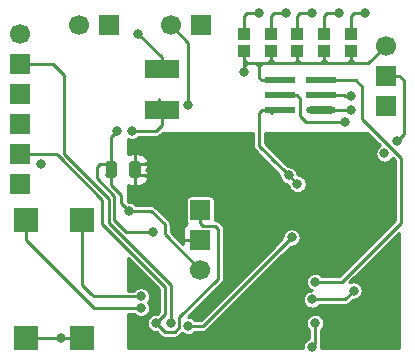
<source format=gbr>
G04 #@! TF.GenerationSoftware,KiCad,Pcbnew,(5.1.4)-1*
G04 #@! TF.CreationDate,2021-02-16T23:36:19+03:00*
G04 #@! TF.ProjectId,NAB_A,4e41425f-412e-46b6-9963-61645f706362,rev?*
G04 #@! TF.SameCoordinates,Original*
G04 #@! TF.FileFunction,Copper,L1,Top*
G04 #@! TF.FilePolarity,Positive*
%FSLAX46Y46*%
G04 Gerber Fmt 4.6, Leading zero omitted, Abs format (unit mm)*
G04 Created by KiCad (PCBNEW (5.1.4)-1) date 2021-02-16 23:36:19*
%MOMM*%
%LPD*%
G04 APERTURE LIST*
%ADD10C,0.100000*%
%ADD11O,1.000000X0.500000*%
%ADD12R,1.700000X1.700000*%
%ADD13C,1.700000*%
%ADD14R,2.500000X0.600000*%
%ADD15O,2.500000X0.600000*%
%ADD16R,3.000000X1.500000*%
%ADD17R,2.000000X2.000000*%
%ADD18R,1.000000X1.000000*%
%ADD19C,0.800000*%
%ADD20C,0.250000*%
G04 APERTURE END LIST*
D10*
G36*
X222250000Y-53500000D02*
G01*
X222250000Y-54500000D01*
X221250000Y-54500000D01*
X221250000Y-53500000D01*
X222250000Y-53500000D01*
G37*
G36*
X220250000Y-53500000D02*
G01*
X220250000Y-54500000D01*
X219250000Y-54500000D01*
X219250000Y-53500000D01*
X220250000Y-53500000D01*
G37*
D11*
X221750000Y-54500000D03*
X221750000Y-53500000D03*
D12*
X212000000Y-55200000D03*
X212000000Y-52660000D03*
X212000000Y-50120000D03*
X212000000Y-47580000D03*
X212000000Y-45040000D03*
D13*
X212000000Y-42500000D03*
D14*
X234026000Y-46460000D03*
X237450000Y-46460000D03*
X237450000Y-47730000D03*
X234026000Y-47730000D03*
X234026000Y-49000000D03*
D15*
X237450000Y-49000000D03*
D12*
X219540000Y-41750000D03*
D13*
X217000000Y-41750000D03*
D12*
X243000000Y-48580000D03*
X243000000Y-46040000D03*
D13*
X243000000Y-43500000D03*
D12*
X227250000Y-57420000D03*
X227250000Y-59960000D03*
D13*
X227250000Y-62500000D03*
D12*
X227290000Y-41750000D03*
D13*
X224750000Y-41750000D03*
D16*
X224000000Y-49000000D03*
X224000000Y-45500000D03*
D11*
X219750000Y-54500000D03*
X219750000Y-53500000D03*
D17*
X217250000Y-68250000D03*
X217250000Y-58250000D03*
D18*
X240000000Y-44000000D03*
X240000000Y-42500000D03*
X237750000Y-44000000D03*
X237750000Y-42500000D03*
X235500000Y-44000000D03*
X235500000Y-42500000D03*
X233250000Y-44000000D03*
X233250000Y-42500000D03*
X231000000Y-44000000D03*
X231000000Y-42500000D03*
D17*
X212500000Y-68250000D03*
X212500000Y-58250000D03*
D19*
X223500000Y-67000000D03*
X224762653Y-67012653D03*
X243250000Y-65750000D03*
X243275000Y-57500000D03*
X228250000Y-52500000D03*
X215500000Y-68250000D03*
X235000000Y-58500000D03*
X224500000Y-56250000D03*
X221750000Y-56250000D03*
X221750000Y-68250000D03*
X231000000Y-45750000D03*
X223500000Y-64250000D03*
X229000000Y-57750000D03*
X233750000Y-68275000D03*
X213750000Y-53500000D03*
X225500000Y-56250000D03*
X232250000Y-40750000D03*
X234500000Y-40750000D03*
X236750000Y-40750000D03*
X239000000Y-40750000D03*
X241250000Y-40750000D03*
X220250000Y-50750000D03*
X223250000Y-59250000D03*
X221500000Y-50750000D03*
X243887653Y-51612347D03*
X242862347Y-52637653D03*
X235000000Y-59750000D03*
X234750000Y-54500000D03*
X235500000Y-55250000D03*
X221250000Y-57500000D03*
X226250000Y-67250000D03*
X237000000Y-63500000D03*
X240000000Y-47750000D03*
X239500000Y-50000000D03*
X240000000Y-49000000D03*
X236750000Y-69000000D03*
X237000000Y-67000000D03*
X226250000Y-48500000D03*
X222000000Y-42500000D03*
X236750000Y-65000000D03*
X240250000Y-64250000D03*
X222250000Y-65750000D03*
X222250000Y-64750000D03*
D20*
X224250000Y-66250000D02*
X223500000Y-67000000D01*
X224250000Y-63926998D02*
X224250000Y-66250000D01*
X218945000Y-58621998D02*
X224250000Y-63926998D01*
X218945000Y-56555000D02*
X218945000Y-58621998D01*
X212000000Y-52660000D02*
X215050000Y-52660000D01*
X215195000Y-52805000D02*
X218945000Y-56555000D01*
X215050000Y-52660000D02*
X215195000Y-52805000D01*
X228750000Y-59000000D02*
X228500000Y-58750000D01*
X228500000Y-58750000D02*
X227500000Y-58750000D01*
X227500000Y-58750000D02*
X227250000Y-58500000D01*
X227250000Y-58500000D02*
X227250000Y-57250000D01*
X225098308Y-67750000D02*
X225500000Y-67348308D01*
X223500000Y-67000000D02*
X224250000Y-67750000D01*
X224250000Y-67750000D02*
X225098308Y-67750000D01*
X228750000Y-63250000D02*
X228750000Y-63000000D01*
X228750000Y-63250000D02*
X225500000Y-66500000D01*
X228750000Y-62750000D02*
X228750000Y-63250000D01*
X225500000Y-67348308D02*
X225500000Y-66500000D01*
X228750000Y-63000000D02*
X228750000Y-62750000D01*
X228750000Y-62750000D02*
X228750000Y-59000000D01*
X214790000Y-45040000D02*
X212000000Y-45040000D01*
X215750000Y-46000000D02*
X214790000Y-45040000D01*
X215750000Y-52723590D02*
X215750000Y-46000000D01*
X219513205Y-56486795D02*
X215750000Y-52723590D01*
X219513205Y-58553793D02*
X219513205Y-56486795D01*
X224762653Y-63803241D02*
X219513205Y-58553793D01*
X224762653Y-67012653D02*
X224762653Y-63803241D01*
X231000000Y-44000000D02*
X231000000Y-44750000D01*
X231000000Y-44750000D02*
X231250000Y-45000000D01*
X233000000Y-45000000D02*
X233250000Y-44750000D01*
X233250000Y-44750000D02*
X233250000Y-44000000D01*
X235500000Y-44000000D02*
X235500000Y-44750000D01*
X235500000Y-44750000D02*
X235250000Y-45000000D01*
X233500000Y-45000000D02*
X233250000Y-44750000D01*
X235250000Y-45000000D02*
X233500000Y-45000000D01*
X237750000Y-44000000D02*
X237750000Y-44750000D01*
X237750000Y-44750000D02*
X237500000Y-45000000D01*
X235750000Y-45000000D02*
X235500000Y-44750000D01*
X240000000Y-44000000D02*
X240000000Y-44750000D01*
X240000000Y-44750000D02*
X239750000Y-45000000D01*
X238000000Y-45000000D02*
X237750000Y-44750000D01*
X240000000Y-44750000D02*
X240250000Y-45000000D01*
X240250000Y-45000000D02*
X240500000Y-45000000D01*
X240500000Y-45000000D02*
X241500000Y-45000000D01*
X241500000Y-45000000D02*
X243000000Y-43500000D01*
X239500000Y-45000000D02*
X240250000Y-45000000D01*
X239750000Y-45000000D02*
X239500000Y-45000000D01*
X239500000Y-45000000D02*
X238000000Y-45000000D01*
X237000000Y-45000000D02*
X238000000Y-45000000D01*
X237500000Y-45000000D02*
X237000000Y-45000000D01*
X237000000Y-45000000D02*
X235750000Y-45000000D01*
X235250000Y-45000000D02*
X235750000Y-45000000D01*
X215500000Y-68250000D02*
X217250000Y-68250000D01*
X212500000Y-68250000D02*
X215500000Y-68250000D01*
X233460000Y-46460000D02*
X233250000Y-46250000D01*
X233250000Y-45000000D02*
X233500000Y-45000000D01*
X233000000Y-45000000D02*
X233250000Y-45000000D01*
X231250000Y-45000000D02*
X231000000Y-45250000D01*
X231000000Y-45250000D02*
X231000000Y-45750000D01*
X231000000Y-45250000D02*
X231000000Y-44750000D01*
X223500000Y-65750000D02*
X223500000Y-64250000D01*
X221750000Y-67500000D02*
X223500000Y-65750000D01*
X221750000Y-68250000D02*
X221750000Y-67500000D01*
X221750000Y-54500000D02*
X221750000Y-55500000D01*
X221750000Y-53500000D02*
X221750000Y-52250000D01*
X221750000Y-54500000D02*
X222750000Y-54500000D01*
X222750000Y-54500000D02*
X223000000Y-54500000D01*
X221750000Y-53500000D02*
X222750000Y-53500000D01*
X234976000Y-46460000D02*
X232460000Y-46460000D01*
X232460000Y-46460000D02*
X232250000Y-46250000D01*
X232250000Y-46250000D02*
X232250000Y-45250000D01*
X232250000Y-45250000D02*
X232000000Y-45000000D01*
X231250000Y-45000000D02*
X232000000Y-45000000D01*
X232500000Y-45000000D02*
X232250000Y-45250000D01*
X232000000Y-45000000D02*
X232500000Y-45000000D01*
X232500000Y-45000000D02*
X233000000Y-45000000D01*
X231000000Y-42250000D02*
X231000000Y-41000000D01*
X231250000Y-40750000D02*
X232000000Y-40750000D01*
X231000000Y-41000000D02*
X231250000Y-40750000D01*
X233250000Y-42250000D02*
X233250000Y-41000000D01*
X233500000Y-40750000D02*
X234250000Y-40750000D01*
X233250000Y-41000000D02*
X233500000Y-40750000D01*
X235500000Y-42250000D02*
X235500000Y-41000000D01*
X235750000Y-40750000D02*
X236500000Y-40750000D01*
X235500000Y-41000000D02*
X235750000Y-40750000D01*
X237750000Y-42250000D02*
X237750000Y-41000000D01*
X237750000Y-41000000D02*
X238000000Y-40750000D01*
X238000000Y-40750000D02*
X238750000Y-40750000D01*
X240250000Y-40750000D02*
X241000000Y-40750000D01*
X240000000Y-41000000D02*
X240250000Y-40750000D01*
X240000000Y-42250000D02*
X240000000Y-41000000D01*
X219750000Y-51250000D02*
X220250000Y-50750000D01*
X219750000Y-53500000D02*
X219750000Y-51250000D01*
X218750000Y-53500000D02*
X219750000Y-53500000D01*
X218500000Y-53750000D02*
X218750000Y-53500000D01*
X223250000Y-59250000D02*
X221000000Y-59250000D01*
X220000000Y-58250000D02*
X220000000Y-56250000D01*
X220000000Y-56250000D02*
X218500000Y-54750000D01*
X218500000Y-54750000D02*
X218500000Y-53750000D01*
X221000000Y-59250000D02*
X220000000Y-58250000D01*
X221750000Y-50750000D02*
X222250000Y-50750000D01*
X223750000Y-48000000D02*
X223750000Y-49250000D01*
X223750000Y-49250000D02*
X223750000Y-49000000D01*
X221750000Y-50750000D02*
X221500000Y-50750000D01*
X224000000Y-49000000D02*
X224000000Y-50250000D01*
X223500000Y-50750000D02*
X223000000Y-50750000D01*
X224000000Y-50250000D02*
X223500000Y-50750000D01*
X223000000Y-50750000D02*
X223250000Y-50750000D01*
X221500000Y-50750000D02*
X223000000Y-50750000D01*
X244100000Y-46040000D02*
X244500000Y-46440000D01*
X243000000Y-46040000D02*
X244100000Y-46040000D01*
X244500000Y-51000000D02*
X243887653Y-51612347D01*
X244500000Y-46440000D02*
X244500000Y-51000000D01*
X233500000Y-49000000D02*
X233250000Y-49250000D01*
X234750000Y-54500000D02*
X235500000Y-55250000D01*
X223098002Y-57500000D02*
X224250000Y-58651998D01*
X221250000Y-57500000D02*
X223098002Y-57500000D01*
X224250000Y-59500000D02*
X224250000Y-58651998D01*
X227250000Y-62500000D02*
X224250000Y-59500000D01*
X219750000Y-54500000D02*
X219750000Y-55250000D01*
X219750000Y-55000000D02*
X219750000Y-55250000D01*
X233500000Y-53250000D02*
X234750000Y-54500000D01*
X233250000Y-53000000D02*
X233500000Y-53250000D01*
X227500000Y-67250000D02*
X233750000Y-61000000D01*
X226250000Y-67250000D02*
X227500000Y-67250000D01*
X233750000Y-61000000D02*
X235000000Y-59750000D01*
X233250000Y-61500000D02*
X233750000Y-61000000D01*
X219750000Y-55323002D02*
X219750000Y-55250000D01*
X220588499Y-56838499D02*
X220588499Y-56161501D01*
X220588499Y-56161501D02*
X219750000Y-55323002D01*
X221250000Y-57500000D02*
X220588499Y-56838499D01*
X234976000Y-49000000D02*
X232500000Y-49000000D01*
X232500000Y-49000000D02*
X232250000Y-49250000D01*
X232250000Y-52000000D02*
X234500000Y-54250000D01*
X232250000Y-49250000D02*
X232250000Y-52000000D01*
X244250000Y-58500000D02*
X239250000Y-63500000D01*
X244250000Y-53000000D02*
X244250000Y-58500000D01*
X239250000Y-63500000D02*
X237000000Y-63500000D01*
X241000000Y-49750000D02*
X244250000Y-53000000D01*
X240460000Y-46460000D02*
X241000000Y-47000000D01*
X241000000Y-47000000D02*
X241000000Y-49750000D01*
X236500000Y-46460000D02*
X240460000Y-46460000D01*
X236500000Y-47730000D02*
X239480000Y-47730000D01*
X239500000Y-47750000D02*
X239480000Y-47730000D01*
X240000000Y-47750000D02*
X239500000Y-47750000D01*
X234976000Y-47730000D02*
X235480000Y-47730000D01*
X235480000Y-47730000D02*
X235750000Y-48000000D01*
X235750000Y-48000000D02*
X235750000Y-49500000D01*
X235750000Y-49500000D02*
X236250000Y-50000000D01*
X239500000Y-50000000D02*
X238250000Y-50000000D01*
X238250000Y-50000000D02*
X238500000Y-50000000D01*
X236250000Y-50000000D02*
X238250000Y-50000000D01*
X236500000Y-49000000D02*
X239500000Y-49000000D01*
X240000000Y-49000000D02*
X239500000Y-49000000D01*
X237000000Y-67000000D02*
X237000000Y-67750000D01*
X237000000Y-67750000D02*
X237000000Y-68406795D01*
X237000000Y-68750000D02*
X236750000Y-69000000D01*
X237000000Y-67750000D02*
X237000000Y-68750000D01*
X226250000Y-48500000D02*
X226250000Y-43250000D01*
X226250000Y-43250000D02*
X224750000Y-41750000D01*
X224000000Y-44500000D02*
X222000000Y-42500000D01*
X224000000Y-45500000D02*
X224000000Y-44500000D01*
X239500000Y-65000000D02*
X236750000Y-65000000D01*
X240250000Y-64250000D02*
X239500000Y-65000000D01*
X212500000Y-60000000D02*
X212500000Y-58250000D01*
X218250000Y-65750000D02*
X217750000Y-65250000D01*
X222250000Y-65750000D02*
X218250000Y-65750000D01*
X217750000Y-65250000D02*
X212500000Y-60000000D01*
X217987347Y-65487347D02*
X217750000Y-65250000D01*
X217250000Y-63750000D02*
X217250000Y-58250000D01*
X218250000Y-64750000D02*
X217750000Y-64250000D01*
X222250000Y-64750000D02*
X218250000Y-64750000D01*
X217750000Y-64250000D02*
X217250000Y-63750000D01*
X218000000Y-64500000D02*
X217750000Y-64250000D01*
G36*
X231750001Y-51975430D02*
G01*
X231747581Y-52000000D01*
X231757235Y-52098017D01*
X231785826Y-52192267D01*
X231832255Y-52279129D01*
X231894737Y-52355264D01*
X231913819Y-52370924D01*
X233975000Y-54432107D01*
X233975000Y-54576331D01*
X234004783Y-54726059D01*
X234063204Y-54867100D01*
X234148018Y-54994034D01*
X234255966Y-55101982D01*
X234382900Y-55186796D01*
X234523941Y-55245217D01*
X234673669Y-55275000D01*
X234725000Y-55275000D01*
X234725000Y-55326331D01*
X234754783Y-55476059D01*
X234813204Y-55617100D01*
X234898018Y-55744034D01*
X235005966Y-55851982D01*
X235132900Y-55936796D01*
X235273941Y-55995217D01*
X235423669Y-56025000D01*
X235576331Y-56025000D01*
X235726059Y-55995217D01*
X235867100Y-55936796D01*
X235994034Y-55851982D01*
X236101982Y-55744034D01*
X236186796Y-55617100D01*
X236245217Y-55476059D01*
X236275000Y-55326331D01*
X236275000Y-55173669D01*
X236245217Y-55023941D01*
X236186796Y-54882900D01*
X236101982Y-54755966D01*
X235994034Y-54648018D01*
X235867100Y-54563204D01*
X235726059Y-54504783D01*
X235576331Y-54475000D01*
X235525000Y-54475000D01*
X235525000Y-54423669D01*
X235495217Y-54273941D01*
X235436796Y-54132900D01*
X235351982Y-54005966D01*
X235244034Y-53898018D01*
X235117100Y-53813204D01*
X234976059Y-53754783D01*
X234826331Y-53725000D01*
X234682107Y-53725000D01*
X232750000Y-51792895D01*
X232750000Y-50875000D01*
X241417895Y-50875000D01*
X242494350Y-51951456D01*
X242368313Y-52035671D01*
X242260365Y-52143619D01*
X242175551Y-52270553D01*
X242117130Y-52411594D01*
X242087347Y-52561322D01*
X242087347Y-52713984D01*
X242117130Y-52863712D01*
X242175551Y-53004753D01*
X242260365Y-53131687D01*
X242368313Y-53239635D01*
X242495247Y-53324449D01*
X242636288Y-53382870D01*
X242786016Y-53412653D01*
X242938678Y-53412653D01*
X243088406Y-53382870D01*
X243229447Y-53324449D01*
X243356381Y-53239635D01*
X243464329Y-53131687D01*
X243548544Y-53005650D01*
X243750000Y-53207106D01*
X243750001Y-58292892D01*
X239042895Y-63000000D01*
X237596016Y-63000000D01*
X237494034Y-62898018D01*
X237367100Y-62813204D01*
X237226059Y-62754783D01*
X237076331Y-62725000D01*
X236923669Y-62725000D01*
X236773941Y-62754783D01*
X236632900Y-62813204D01*
X236505966Y-62898018D01*
X236398018Y-63005966D01*
X236313204Y-63132900D01*
X236254783Y-63273941D01*
X236225000Y-63423669D01*
X236225000Y-63576331D01*
X236254783Y-63726059D01*
X236313204Y-63867100D01*
X236398018Y-63994034D01*
X236505966Y-64101982D01*
X236632900Y-64186796D01*
X236725133Y-64225000D01*
X236673669Y-64225000D01*
X236523941Y-64254783D01*
X236382900Y-64313204D01*
X236255966Y-64398018D01*
X236148018Y-64505966D01*
X236063204Y-64632900D01*
X236004783Y-64773941D01*
X235975000Y-64923669D01*
X235975000Y-65076331D01*
X236004783Y-65226059D01*
X236063204Y-65367100D01*
X236148018Y-65494034D01*
X236255966Y-65601982D01*
X236382900Y-65686796D01*
X236523941Y-65745217D01*
X236673669Y-65775000D01*
X236826331Y-65775000D01*
X236976059Y-65745217D01*
X237117100Y-65686796D01*
X237244034Y-65601982D01*
X237346016Y-65500000D01*
X239475440Y-65500000D01*
X239500000Y-65502419D01*
X239524560Y-65500000D01*
X239598017Y-65492765D01*
X239692267Y-65464175D01*
X239779129Y-65417746D01*
X239855264Y-65355264D01*
X239870929Y-65336176D01*
X240182105Y-65025000D01*
X240326331Y-65025000D01*
X240476059Y-64995217D01*
X240617100Y-64936796D01*
X240744034Y-64851982D01*
X240851982Y-64744034D01*
X240936796Y-64617100D01*
X240995217Y-64476059D01*
X241025000Y-64326331D01*
X241025000Y-64173669D01*
X240995217Y-64023941D01*
X240936796Y-63882900D01*
X240851982Y-63755966D01*
X240744034Y-63648018D01*
X240617100Y-63563204D01*
X240476059Y-63504783D01*
X240326331Y-63475000D01*
X240173669Y-63475000D01*
X240023941Y-63504783D01*
X239901680Y-63555425D01*
X244125000Y-59332107D01*
X244125000Y-69125000D01*
X237515319Y-69125000D01*
X237525000Y-69076331D01*
X237525000Y-68923669D01*
X237498457Y-68790228D01*
X237500000Y-68774560D01*
X237500000Y-68774551D01*
X237502418Y-68750001D01*
X237500000Y-68725451D01*
X237500000Y-67596016D01*
X237601982Y-67494034D01*
X237686796Y-67367100D01*
X237745217Y-67226059D01*
X237775000Y-67076331D01*
X237775000Y-66923669D01*
X237745217Y-66773941D01*
X237686796Y-66632900D01*
X237601982Y-66505966D01*
X237494034Y-66398018D01*
X237367100Y-66313204D01*
X237226059Y-66254783D01*
X237076331Y-66225000D01*
X236923669Y-66225000D01*
X236773941Y-66254783D01*
X236632900Y-66313204D01*
X236505966Y-66398018D01*
X236398018Y-66505966D01*
X236313204Y-66632900D01*
X236254783Y-66773941D01*
X236225000Y-66923669D01*
X236225000Y-67076331D01*
X236254783Y-67226059D01*
X236313204Y-67367100D01*
X236398018Y-67494034D01*
X236500001Y-67596017D01*
X236500001Y-67725431D01*
X236500000Y-67725441D01*
X236500001Y-68264699D01*
X236382900Y-68313204D01*
X236255966Y-68398018D01*
X236148018Y-68505966D01*
X236063204Y-68632900D01*
X236004783Y-68773941D01*
X235975000Y-68923669D01*
X235975000Y-69076331D01*
X235984681Y-69125000D01*
X221125000Y-69125000D01*
X221125000Y-66250000D01*
X221653984Y-66250000D01*
X221755966Y-66351982D01*
X221882900Y-66436796D01*
X222023941Y-66495217D01*
X222173669Y-66525000D01*
X222326331Y-66525000D01*
X222476059Y-66495217D01*
X222617100Y-66436796D01*
X222744034Y-66351982D01*
X222851982Y-66244034D01*
X222936796Y-66117100D01*
X222995217Y-65976059D01*
X223025000Y-65826331D01*
X223025000Y-65673669D01*
X222995217Y-65523941D01*
X222936796Y-65382900D01*
X222851982Y-65255966D01*
X222846016Y-65250000D01*
X222851982Y-65244034D01*
X222936796Y-65117100D01*
X222995217Y-64976059D01*
X223025000Y-64826331D01*
X223025000Y-64673669D01*
X222995217Y-64523941D01*
X222936796Y-64382900D01*
X222851982Y-64255966D01*
X222744034Y-64148018D01*
X222617100Y-64063204D01*
X222476059Y-64004783D01*
X222326331Y-63975000D01*
X222173669Y-63975000D01*
X222023941Y-64004783D01*
X221882900Y-64063204D01*
X221755966Y-64148018D01*
X221653984Y-64250000D01*
X221125000Y-64250000D01*
X221125000Y-61509103D01*
X223750000Y-64134104D01*
X223750001Y-66042893D01*
X223567894Y-66225000D01*
X223423669Y-66225000D01*
X223273941Y-66254783D01*
X223132900Y-66313204D01*
X223005966Y-66398018D01*
X222898018Y-66505966D01*
X222813204Y-66632900D01*
X222754783Y-66773941D01*
X222725000Y-66923669D01*
X222725000Y-67076331D01*
X222754783Y-67226059D01*
X222813204Y-67367100D01*
X222898018Y-67494034D01*
X223005966Y-67601982D01*
X223132900Y-67686796D01*
X223273941Y-67745217D01*
X223423669Y-67775000D01*
X223567894Y-67775000D01*
X223879075Y-68086181D01*
X223894736Y-68105264D01*
X223970871Y-68167746D01*
X224057733Y-68214175D01*
X224151983Y-68242765D01*
X224225440Y-68250000D01*
X224225441Y-68250000D01*
X224249999Y-68252419D01*
X224274557Y-68250000D01*
X225073748Y-68250000D01*
X225098308Y-68252419D01*
X225122868Y-68250000D01*
X225196325Y-68242765D01*
X225290575Y-68214175D01*
X225377437Y-68167746D01*
X225453572Y-68105264D01*
X225469236Y-68086177D01*
X225729699Y-67825715D01*
X225755966Y-67851982D01*
X225882900Y-67936796D01*
X226023941Y-67995217D01*
X226173669Y-68025000D01*
X226326331Y-68025000D01*
X226476059Y-67995217D01*
X226617100Y-67936796D01*
X226744034Y-67851982D01*
X226846016Y-67750000D01*
X227475440Y-67750000D01*
X227500000Y-67752419D01*
X227524560Y-67750000D01*
X227598017Y-67742765D01*
X227692267Y-67714175D01*
X227779129Y-67667746D01*
X227855264Y-67605264D01*
X227870929Y-67586176D01*
X234120920Y-61336187D01*
X234120929Y-61336176D01*
X234932106Y-60525000D01*
X235076331Y-60525000D01*
X235226059Y-60495217D01*
X235367100Y-60436796D01*
X235494034Y-60351982D01*
X235601982Y-60244034D01*
X235686796Y-60117100D01*
X235745217Y-59976059D01*
X235775000Y-59826331D01*
X235775000Y-59673669D01*
X235745217Y-59523941D01*
X235686796Y-59382900D01*
X235601982Y-59255966D01*
X235494034Y-59148018D01*
X235367100Y-59063204D01*
X235226059Y-59004783D01*
X235076331Y-58975000D01*
X234923669Y-58975000D01*
X234773941Y-59004783D01*
X234632900Y-59063204D01*
X234505966Y-59148018D01*
X234398018Y-59255966D01*
X234313204Y-59382900D01*
X234254783Y-59523941D01*
X234225000Y-59673669D01*
X234225000Y-59817894D01*
X233413824Y-60629071D01*
X233413813Y-60629080D01*
X227292895Y-66750000D01*
X226846016Y-66750000D01*
X226744034Y-66648018D01*
X226617100Y-66563204D01*
X226476059Y-66504783D01*
X226326331Y-66475000D01*
X226232105Y-66475000D01*
X229086181Y-63620925D01*
X229105264Y-63605264D01*
X229167746Y-63529129D01*
X229214175Y-63442267D01*
X229242765Y-63348017D01*
X229250000Y-63274560D01*
X229250000Y-63274559D01*
X229252419Y-63250001D01*
X229250000Y-63225443D01*
X229250000Y-59024549D01*
X229252418Y-58999999D01*
X229250000Y-58975449D01*
X229250000Y-58975440D01*
X229242765Y-58901983D01*
X229214175Y-58807733D01*
X229167746Y-58720871D01*
X229105264Y-58644736D01*
X229086181Y-58629075D01*
X228870929Y-58413823D01*
X228855264Y-58394736D01*
X228779129Y-58332254D01*
X228692267Y-58285825D01*
X228598017Y-58257235D01*
X228524560Y-58250000D01*
X228500000Y-58247581D01*
X228476814Y-58249865D01*
X228476814Y-56570000D01*
X228469574Y-56496487D01*
X228448131Y-56425800D01*
X228413309Y-56360653D01*
X228366448Y-56303552D01*
X228309347Y-56256691D01*
X228244200Y-56221869D01*
X228173513Y-56200426D01*
X228100000Y-56193186D01*
X226400000Y-56193186D01*
X226326487Y-56200426D01*
X226255800Y-56221869D01*
X226190653Y-56256691D01*
X226133552Y-56303552D01*
X226086691Y-56360653D01*
X226051869Y-56425800D01*
X226030426Y-56496487D01*
X226023186Y-56570000D01*
X226023186Y-58270000D01*
X226030426Y-58343513D01*
X226051869Y-58414200D01*
X226086691Y-58479347D01*
X226133552Y-58536448D01*
X226138932Y-58540863D01*
X226051089Y-58587817D01*
X225955920Y-58665920D01*
X225877817Y-58761089D01*
X225819781Y-58869666D01*
X225784043Y-58987479D01*
X225771976Y-59110000D01*
X225775000Y-59778750D01*
X225931250Y-59935000D01*
X227225000Y-59935000D01*
X227225000Y-59915000D01*
X227275000Y-59915000D01*
X227275000Y-59935000D01*
X227295000Y-59935000D01*
X227295000Y-59985000D01*
X227275000Y-59985000D01*
X227275000Y-60005000D01*
X227225000Y-60005000D01*
X227225000Y-59985000D01*
X225931250Y-59985000D01*
X225775000Y-60141250D01*
X225774205Y-60317099D01*
X224750000Y-59292895D01*
X224750000Y-58676555D01*
X224752419Y-58651997D01*
X224747102Y-58598016D01*
X224742765Y-58553981D01*
X224714175Y-58459731D01*
X224667746Y-58372869D01*
X224605264Y-58296734D01*
X224586181Y-58281073D01*
X223468931Y-57163824D01*
X223453266Y-57144736D01*
X223377131Y-57082254D01*
X223290269Y-57035825D01*
X223196019Y-57007235D01*
X223122562Y-57000000D01*
X223098002Y-56997581D01*
X223073442Y-57000000D01*
X221846016Y-57000000D01*
X221744034Y-56898018D01*
X221617100Y-56813204D01*
X221476059Y-56754783D01*
X221326331Y-56725000D01*
X221182106Y-56725000D01*
X221125000Y-56667895D01*
X221125000Y-55289076D01*
X221142055Y-55298828D01*
X221304776Y-55353310D01*
X221475000Y-55375000D01*
X221725000Y-55375000D01*
X221725000Y-54875000D01*
X221775000Y-54875000D01*
X221775000Y-55375000D01*
X222025000Y-55375000D01*
X222195224Y-55353310D01*
X222357945Y-55298828D01*
X222506911Y-55213647D01*
X222636396Y-55101041D01*
X222741425Y-54965337D01*
X222817961Y-54811751D01*
X222859964Y-54661517D01*
X222718315Y-54525000D01*
X222622746Y-54525000D01*
X222624963Y-54505236D01*
X222624981Y-54502715D01*
X222624991Y-54502618D01*
X222624982Y-54502521D01*
X222625000Y-54500000D01*
X222625000Y-54475000D01*
X222718315Y-54475000D01*
X222859964Y-54338483D01*
X222817961Y-54188249D01*
X222741425Y-54034663D01*
X222714597Y-54000000D01*
X222741425Y-53965337D01*
X222817961Y-53811751D01*
X222859964Y-53661517D01*
X222718315Y-53525000D01*
X222625000Y-53525000D01*
X222625000Y-53500000D01*
X222622549Y-53475000D01*
X222718315Y-53475000D01*
X222859964Y-53338483D01*
X222817961Y-53188249D01*
X222741425Y-53034663D01*
X222636396Y-52898959D01*
X222506911Y-52786353D01*
X222357945Y-52701172D01*
X222195224Y-52646690D01*
X222025000Y-52625000D01*
X221775000Y-52625000D01*
X221775000Y-53125000D01*
X221725000Y-53125000D01*
X221725000Y-52625000D01*
X221475000Y-52625000D01*
X221304776Y-52646690D01*
X221142055Y-52701172D01*
X221125000Y-52710924D01*
X221125000Y-51431517D01*
X221132900Y-51436796D01*
X221273941Y-51495217D01*
X221423669Y-51525000D01*
X221576331Y-51525000D01*
X221726059Y-51495217D01*
X221867100Y-51436796D01*
X221994034Y-51351982D01*
X222096016Y-51250000D01*
X223475440Y-51250000D01*
X223500000Y-51252419D01*
X223524560Y-51250000D01*
X223598017Y-51242765D01*
X223692267Y-51214175D01*
X223779129Y-51167746D01*
X223855264Y-51105264D01*
X223870929Y-51086177D01*
X224082106Y-50875000D01*
X231750001Y-50875000D01*
X231750001Y-51975430D01*
X231750001Y-51975430D01*
G37*
X231750001Y-51975430D02*
X231747581Y-52000000D01*
X231757235Y-52098017D01*
X231785826Y-52192267D01*
X231832255Y-52279129D01*
X231894737Y-52355264D01*
X231913819Y-52370924D01*
X233975000Y-54432107D01*
X233975000Y-54576331D01*
X234004783Y-54726059D01*
X234063204Y-54867100D01*
X234148018Y-54994034D01*
X234255966Y-55101982D01*
X234382900Y-55186796D01*
X234523941Y-55245217D01*
X234673669Y-55275000D01*
X234725000Y-55275000D01*
X234725000Y-55326331D01*
X234754783Y-55476059D01*
X234813204Y-55617100D01*
X234898018Y-55744034D01*
X235005966Y-55851982D01*
X235132900Y-55936796D01*
X235273941Y-55995217D01*
X235423669Y-56025000D01*
X235576331Y-56025000D01*
X235726059Y-55995217D01*
X235867100Y-55936796D01*
X235994034Y-55851982D01*
X236101982Y-55744034D01*
X236186796Y-55617100D01*
X236245217Y-55476059D01*
X236275000Y-55326331D01*
X236275000Y-55173669D01*
X236245217Y-55023941D01*
X236186796Y-54882900D01*
X236101982Y-54755966D01*
X235994034Y-54648018D01*
X235867100Y-54563204D01*
X235726059Y-54504783D01*
X235576331Y-54475000D01*
X235525000Y-54475000D01*
X235525000Y-54423669D01*
X235495217Y-54273941D01*
X235436796Y-54132900D01*
X235351982Y-54005966D01*
X235244034Y-53898018D01*
X235117100Y-53813204D01*
X234976059Y-53754783D01*
X234826331Y-53725000D01*
X234682107Y-53725000D01*
X232750000Y-51792895D01*
X232750000Y-50875000D01*
X241417895Y-50875000D01*
X242494350Y-51951456D01*
X242368313Y-52035671D01*
X242260365Y-52143619D01*
X242175551Y-52270553D01*
X242117130Y-52411594D01*
X242087347Y-52561322D01*
X242087347Y-52713984D01*
X242117130Y-52863712D01*
X242175551Y-53004753D01*
X242260365Y-53131687D01*
X242368313Y-53239635D01*
X242495247Y-53324449D01*
X242636288Y-53382870D01*
X242786016Y-53412653D01*
X242938678Y-53412653D01*
X243088406Y-53382870D01*
X243229447Y-53324449D01*
X243356381Y-53239635D01*
X243464329Y-53131687D01*
X243548544Y-53005650D01*
X243750000Y-53207106D01*
X243750001Y-58292892D01*
X239042895Y-63000000D01*
X237596016Y-63000000D01*
X237494034Y-62898018D01*
X237367100Y-62813204D01*
X237226059Y-62754783D01*
X237076331Y-62725000D01*
X236923669Y-62725000D01*
X236773941Y-62754783D01*
X236632900Y-62813204D01*
X236505966Y-62898018D01*
X236398018Y-63005966D01*
X236313204Y-63132900D01*
X236254783Y-63273941D01*
X236225000Y-63423669D01*
X236225000Y-63576331D01*
X236254783Y-63726059D01*
X236313204Y-63867100D01*
X236398018Y-63994034D01*
X236505966Y-64101982D01*
X236632900Y-64186796D01*
X236725133Y-64225000D01*
X236673669Y-64225000D01*
X236523941Y-64254783D01*
X236382900Y-64313204D01*
X236255966Y-64398018D01*
X236148018Y-64505966D01*
X236063204Y-64632900D01*
X236004783Y-64773941D01*
X235975000Y-64923669D01*
X235975000Y-65076331D01*
X236004783Y-65226059D01*
X236063204Y-65367100D01*
X236148018Y-65494034D01*
X236255966Y-65601982D01*
X236382900Y-65686796D01*
X236523941Y-65745217D01*
X236673669Y-65775000D01*
X236826331Y-65775000D01*
X236976059Y-65745217D01*
X237117100Y-65686796D01*
X237244034Y-65601982D01*
X237346016Y-65500000D01*
X239475440Y-65500000D01*
X239500000Y-65502419D01*
X239524560Y-65500000D01*
X239598017Y-65492765D01*
X239692267Y-65464175D01*
X239779129Y-65417746D01*
X239855264Y-65355264D01*
X239870929Y-65336176D01*
X240182105Y-65025000D01*
X240326331Y-65025000D01*
X240476059Y-64995217D01*
X240617100Y-64936796D01*
X240744034Y-64851982D01*
X240851982Y-64744034D01*
X240936796Y-64617100D01*
X240995217Y-64476059D01*
X241025000Y-64326331D01*
X241025000Y-64173669D01*
X240995217Y-64023941D01*
X240936796Y-63882900D01*
X240851982Y-63755966D01*
X240744034Y-63648018D01*
X240617100Y-63563204D01*
X240476059Y-63504783D01*
X240326331Y-63475000D01*
X240173669Y-63475000D01*
X240023941Y-63504783D01*
X239901680Y-63555425D01*
X244125000Y-59332107D01*
X244125000Y-69125000D01*
X237515319Y-69125000D01*
X237525000Y-69076331D01*
X237525000Y-68923669D01*
X237498457Y-68790228D01*
X237500000Y-68774560D01*
X237500000Y-68774551D01*
X237502418Y-68750001D01*
X237500000Y-68725451D01*
X237500000Y-67596016D01*
X237601982Y-67494034D01*
X237686796Y-67367100D01*
X237745217Y-67226059D01*
X237775000Y-67076331D01*
X237775000Y-66923669D01*
X237745217Y-66773941D01*
X237686796Y-66632900D01*
X237601982Y-66505966D01*
X237494034Y-66398018D01*
X237367100Y-66313204D01*
X237226059Y-66254783D01*
X237076331Y-66225000D01*
X236923669Y-66225000D01*
X236773941Y-66254783D01*
X236632900Y-66313204D01*
X236505966Y-66398018D01*
X236398018Y-66505966D01*
X236313204Y-66632900D01*
X236254783Y-66773941D01*
X236225000Y-66923669D01*
X236225000Y-67076331D01*
X236254783Y-67226059D01*
X236313204Y-67367100D01*
X236398018Y-67494034D01*
X236500001Y-67596017D01*
X236500001Y-67725431D01*
X236500000Y-67725441D01*
X236500001Y-68264699D01*
X236382900Y-68313204D01*
X236255966Y-68398018D01*
X236148018Y-68505966D01*
X236063204Y-68632900D01*
X236004783Y-68773941D01*
X235975000Y-68923669D01*
X235975000Y-69076331D01*
X235984681Y-69125000D01*
X221125000Y-69125000D01*
X221125000Y-66250000D01*
X221653984Y-66250000D01*
X221755966Y-66351982D01*
X221882900Y-66436796D01*
X222023941Y-66495217D01*
X222173669Y-66525000D01*
X222326331Y-66525000D01*
X222476059Y-66495217D01*
X222617100Y-66436796D01*
X222744034Y-66351982D01*
X222851982Y-66244034D01*
X222936796Y-66117100D01*
X222995217Y-65976059D01*
X223025000Y-65826331D01*
X223025000Y-65673669D01*
X222995217Y-65523941D01*
X222936796Y-65382900D01*
X222851982Y-65255966D01*
X222846016Y-65250000D01*
X222851982Y-65244034D01*
X222936796Y-65117100D01*
X222995217Y-64976059D01*
X223025000Y-64826331D01*
X223025000Y-64673669D01*
X222995217Y-64523941D01*
X222936796Y-64382900D01*
X222851982Y-64255966D01*
X222744034Y-64148018D01*
X222617100Y-64063204D01*
X222476059Y-64004783D01*
X222326331Y-63975000D01*
X222173669Y-63975000D01*
X222023941Y-64004783D01*
X221882900Y-64063204D01*
X221755966Y-64148018D01*
X221653984Y-64250000D01*
X221125000Y-64250000D01*
X221125000Y-61509103D01*
X223750000Y-64134104D01*
X223750001Y-66042893D01*
X223567894Y-66225000D01*
X223423669Y-66225000D01*
X223273941Y-66254783D01*
X223132900Y-66313204D01*
X223005966Y-66398018D01*
X222898018Y-66505966D01*
X222813204Y-66632900D01*
X222754783Y-66773941D01*
X222725000Y-66923669D01*
X222725000Y-67076331D01*
X222754783Y-67226059D01*
X222813204Y-67367100D01*
X222898018Y-67494034D01*
X223005966Y-67601982D01*
X223132900Y-67686796D01*
X223273941Y-67745217D01*
X223423669Y-67775000D01*
X223567894Y-67775000D01*
X223879075Y-68086181D01*
X223894736Y-68105264D01*
X223970871Y-68167746D01*
X224057733Y-68214175D01*
X224151983Y-68242765D01*
X224225440Y-68250000D01*
X224225441Y-68250000D01*
X224249999Y-68252419D01*
X224274557Y-68250000D01*
X225073748Y-68250000D01*
X225098308Y-68252419D01*
X225122868Y-68250000D01*
X225196325Y-68242765D01*
X225290575Y-68214175D01*
X225377437Y-68167746D01*
X225453572Y-68105264D01*
X225469236Y-68086177D01*
X225729699Y-67825715D01*
X225755966Y-67851982D01*
X225882900Y-67936796D01*
X226023941Y-67995217D01*
X226173669Y-68025000D01*
X226326331Y-68025000D01*
X226476059Y-67995217D01*
X226617100Y-67936796D01*
X226744034Y-67851982D01*
X226846016Y-67750000D01*
X227475440Y-67750000D01*
X227500000Y-67752419D01*
X227524560Y-67750000D01*
X227598017Y-67742765D01*
X227692267Y-67714175D01*
X227779129Y-67667746D01*
X227855264Y-67605264D01*
X227870929Y-67586176D01*
X234120920Y-61336187D01*
X234120929Y-61336176D01*
X234932106Y-60525000D01*
X235076331Y-60525000D01*
X235226059Y-60495217D01*
X235367100Y-60436796D01*
X235494034Y-60351982D01*
X235601982Y-60244034D01*
X235686796Y-60117100D01*
X235745217Y-59976059D01*
X235775000Y-59826331D01*
X235775000Y-59673669D01*
X235745217Y-59523941D01*
X235686796Y-59382900D01*
X235601982Y-59255966D01*
X235494034Y-59148018D01*
X235367100Y-59063204D01*
X235226059Y-59004783D01*
X235076331Y-58975000D01*
X234923669Y-58975000D01*
X234773941Y-59004783D01*
X234632900Y-59063204D01*
X234505966Y-59148018D01*
X234398018Y-59255966D01*
X234313204Y-59382900D01*
X234254783Y-59523941D01*
X234225000Y-59673669D01*
X234225000Y-59817894D01*
X233413824Y-60629071D01*
X233413813Y-60629080D01*
X227292895Y-66750000D01*
X226846016Y-66750000D01*
X226744034Y-66648018D01*
X226617100Y-66563204D01*
X226476059Y-66504783D01*
X226326331Y-66475000D01*
X226232105Y-66475000D01*
X229086181Y-63620925D01*
X229105264Y-63605264D01*
X229167746Y-63529129D01*
X229214175Y-63442267D01*
X229242765Y-63348017D01*
X229250000Y-63274560D01*
X229250000Y-63274559D01*
X229252419Y-63250001D01*
X229250000Y-63225443D01*
X229250000Y-59024549D01*
X229252418Y-58999999D01*
X229250000Y-58975449D01*
X229250000Y-58975440D01*
X229242765Y-58901983D01*
X229214175Y-58807733D01*
X229167746Y-58720871D01*
X229105264Y-58644736D01*
X229086181Y-58629075D01*
X228870929Y-58413823D01*
X228855264Y-58394736D01*
X228779129Y-58332254D01*
X228692267Y-58285825D01*
X228598017Y-58257235D01*
X228524560Y-58250000D01*
X228500000Y-58247581D01*
X228476814Y-58249865D01*
X228476814Y-56570000D01*
X228469574Y-56496487D01*
X228448131Y-56425800D01*
X228413309Y-56360653D01*
X228366448Y-56303552D01*
X228309347Y-56256691D01*
X228244200Y-56221869D01*
X228173513Y-56200426D01*
X228100000Y-56193186D01*
X226400000Y-56193186D01*
X226326487Y-56200426D01*
X226255800Y-56221869D01*
X226190653Y-56256691D01*
X226133552Y-56303552D01*
X226086691Y-56360653D01*
X226051869Y-56425800D01*
X226030426Y-56496487D01*
X226023186Y-56570000D01*
X226023186Y-58270000D01*
X226030426Y-58343513D01*
X226051869Y-58414200D01*
X226086691Y-58479347D01*
X226133552Y-58536448D01*
X226138932Y-58540863D01*
X226051089Y-58587817D01*
X225955920Y-58665920D01*
X225877817Y-58761089D01*
X225819781Y-58869666D01*
X225784043Y-58987479D01*
X225771976Y-59110000D01*
X225775000Y-59778750D01*
X225931250Y-59935000D01*
X227225000Y-59935000D01*
X227225000Y-59915000D01*
X227275000Y-59915000D01*
X227275000Y-59935000D01*
X227295000Y-59935000D01*
X227295000Y-59985000D01*
X227275000Y-59985000D01*
X227275000Y-60005000D01*
X227225000Y-60005000D01*
X227225000Y-59985000D01*
X225931250Y-59985000D01*
X225775000Y-60141250D01*
X225774205Y-60317099D01*
X224750000Y-59292895D01*
X224750000Y-58676555D01*
X224752419Y-58651997D01*
X224747102Y-58598016D01*
X224742765Y-58553981D01*
X224714175Y-58459731D01*
X224667746Y-58372869D01*
X224605264Y-58296734D01*
X224586181Y-58281073D01*
X223468931Y-57163824D01*
X223453266Y-57144736D01*
X223377131Y-57082254D01*
X223290269Y-57035825D01*
X223196019Y-57007235D01*
X223122562Y-57000000D01*
X223098002Y-56997581D01*
X223073442Y-57000000D01*
X221846016Y-57000000D01*
X221744034Y-56898018D01*
X221617100Y-56813204D01*
X221476059Y-56754783D01*
X221326331Y-56725000D01*
X221182106Y-56725000D01*
X221125000Y-56667895D01*
X221125000Y-55289076D01*
X221142055Y-55298828D01*
X221304776Y-55353310D01*
X221475000Y-55375000D01*
X221725000Y-55375000D01*
X221725000Y-54875000D01*
X221775000Y-54875000D01*
X221775000Y-55375000D01*
X222025000Y-55375000D01*
X222195224Y-55353310D01*
X222357945Y-55298828D01*
X222506911Y-55213647D01*
X222636396Y-55101041D01*
X222741425Y-54965337D01*
X222817961Y-54811751D01*
X222859964Y-54661517D01*
X222718315Y-54525000D01*
X222622746Y-54525000D01*
X222624963Y-54505236D01*
X222624981Y-54502715D01*
X222624991Y-54502618D01*
X222624982Y-54502521D01*
X222625000Y-54500000D01*
X222625000Y-54475000D01*
X222718315Y-54475000D01*
X222859964Y-54338483D01*
X222817961Y-54188249D01*
X222741425Y-54034663D01*
X222714597Y-54000000D01*
X222741425Y-53965337D01*
X222817961Y-53811751D01*
X222859964Y-53661517D01*
X222718315Y-53525000D01*
X222625000Y-53525000D01*
X222625000Y-53500000D01*
X222622549Y-53475000D01*
X222718315Y-53475000D01*
X222859964Y-53338483D01*
X222817961Y-53188249D01*
X222741425Y-53034663D01*
X222636396Y-52898959D01*
X222506911Y-52786353D01*
X222357945Y-52701172D01*
X222195224Y-52646690D01*
X222025000Y-52625000D01*
X221775000Y-52625000D01*
X221775000Y-53125000D01*
X221725000Y-53125000D01*
X221725000Y-52625000D01*
X221475000Y-52625000D01*
X221304776Y-52646690D01*
X221142055Y-52701172D01*
X221125000Y-52710924D01*
X221125000Y-51431517D01*
X221132900Y-51436796D01*
X221273941Y-51495217D01*
X221423669Y-51525000D01*
X221576331Y-51525000D01*
X221726059Y-51495217D01*
X221867100Y-51436796D01*
X221994034Y-51351982D01*
X222096016Y-51250000D01*
X223475440Y-51250000D01*
X223500000Y-51252419D01*
X223524560Y-51250000D01*
X223598017Y-51242765D01*
X223692267Y-51214175D01*
X223779129Y-51167746D01*
X223855264Y-51105264D01*
X223870929Y-51086177D01*
X224082106Y-50875000D01*
X231750001Y-50875000D01*
X231750001Y-51975430D01*
M02*

</source>
